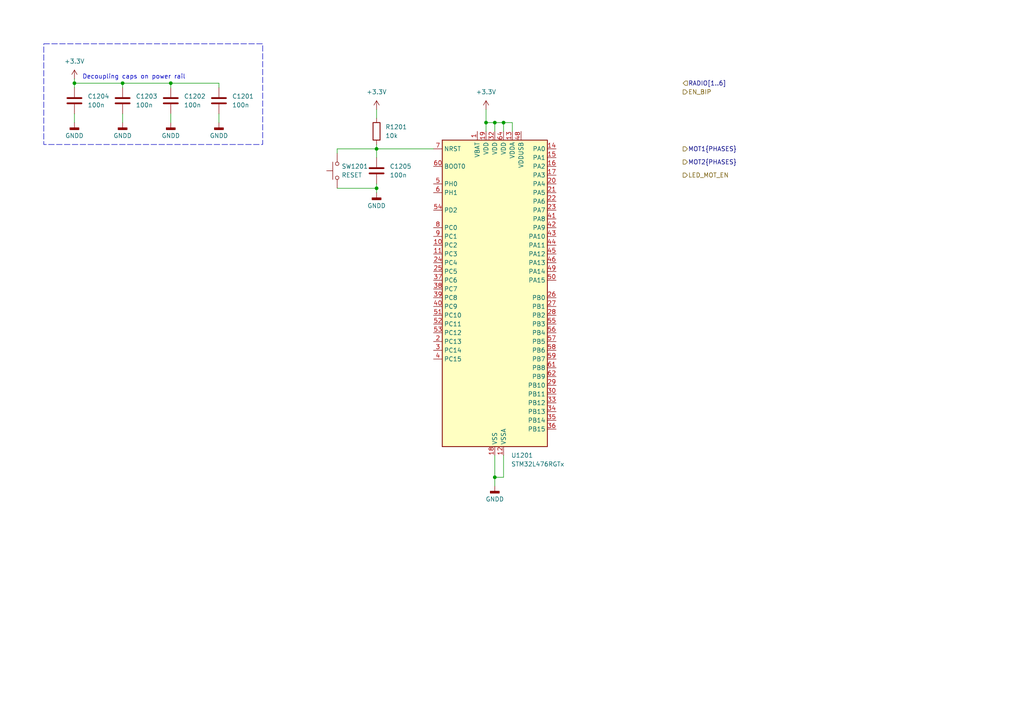
<source format=kicad_sch>
(kicad_sch (version 20231120) (generator "eeschema") (generator_version "8.0")
  (paper "A4")
  (title_block (date "2023-04-05") (rev "0.1") (company "Julien FAUCHER") (comment 1 "Defis solaires 2024"))
  (lib_symbols
    (symbol "Device:C" (pin_numbers hide) (pin_names (offset 0.254))
      (property "Reference" "C" (at 0.635 2.54 0))
      (property "Value" "C" (at 0.635 -2.54 0))
      (symbol "C_0_1"
        (polyline (pts (xy -2.032 -0.762) (xy 2.032 -0.762)) (stroke (width 0.508)))
        (polyline (pts (xy -2.032 0.762) (xy 2.032 0.762)) (stroke (width 0.508)))
      )
      (symbol "C_1_1"
        (pin passive line (at 0 3.81 270) (length 2.794) (name "~") (number "1"))
        (pin passive line (at 0 -3.81 90) (length 2.794) (name "~") (number "2"))
      )
    )
    (symbol "Device:R" (pin_numbers hide) (pin_names (offset 0))
      (property "Reference" "R" (at 2.032 0 90))
      (property "Value" "R" (at 0 0 90))
      (symbol "R_0_1"
        (rectangle (start -1.016 -2.54) (end 1.016 2.54) (stroke (width 0.254)))
      )
      (symbol "R_1_1"
        (pin passive line (at 0 3.81 270) (length 1.27) (name "~") (number "1"))
        (pin passive line (at 0 -3.81 90) (length 1.27) (name "~") (number "2"))
      )
    )
    (symbol "MCU_ST_STM32L4:STM32L476RGTx"
      (property "Reference" "U" (at -15.24 46.99 0))
      (property "Value" "STM32L476RGTx" (at 10.16 46.99 0))
      (symbol "STM32L476RGTx_0_1"
        (rectangle (start -15.24 -43.18) (end 15.24 45.72) (stroke (width 0.254)) (fill (type background)))
      )
      (symbol "STM32L476RGTx_1_1"
        (pin power_in line (at -5.08 48.26 270) (length 2.54) (name "VBAT") (number "1"))
        (pin bidirectional line (at -17.78 15.24 0) (length 2.54) (name "PC2") (number "10"))
        (pin bidirectional line (at -17.78 12.7 0) (length 2.54) (name "PC3") (number "11"))
        (pin power_in line (at 2.54 -45.72 90) (length 2.54) (name "VSSA") (number "12"))
        (pin power_in line (at 5.08 48.26 270) (length 2.54) (name "VDDA") (number "13"))
        (pin bidirectional line (at 17.78 43.18 180) (length 2.54) (name "PA0") (number "14"))
        (pin bidirectional line (at 17.78 40.64 180) (length 2.54) (name "PA1") (number "15"))
        (pin bidirectional line (at 17.78 38.1 180) (length 2.54) (name "PA2") (number "16"))
        (pin bidirectional line (at 17.78 35.56 180) (length 2.54) (name "PA3") (number "17"))
        (pin power_in line (at 0 -45.72 90) (length 2.54) (name "VSS") (number "18"))
        (pin power_in line (at -2.54 48.26 270) (length 2.54) (name "VDD") (number "19"))
        (pin bidirectional line (at -17.78 -12.7 0) (length 2.54) (name "PC13") (number "2"))
        (pin bidirectional line (at 17.78 33.02 180) (length 2.54) (name "PA4") (number "20"))
        (pin bidirectional line (at 17.78 30.48 180) (length 2.54) (name "PA5") (number "21"))
        (pin bidirectional line (at 17.78 27.94 180) (length 2.54) (name "PA6") (number "22"))
        (pin bidirectional line (at 17.78 25.4 180) (length 2.54) (name "PA7") (number "23"))
        (pin bidirectional line (at -17.78 10.16 0) (length 2.54) (name "PC4") (number "24"))
        (pin bidirectional line (at -17.78 7.62 0) (length 2.54) (name "PC5") (number "25"))
        (pin bidirectional line (at 17.78 0 180) (length 2.54) (name "PB0") (number "26"))
        (pin bidirectional line (at 17.78 -2.54 180) (length 2.54) (name "PB1") (number "27"))
        (pin bidirectional line (at 17.78 -5.08 180) (length 2.54) (name "PB2") (number "28"))
        (pin bidirectional line (at 17.78 -25.4 180) (length 2.54) (name "PB10") (number "29"))
        (pin bidirectional line (at -17.78 -15.24 0) (length 2.54) (name "PC14") (number "3"))
        (pin bidirectional line (at 17.78 -27.94 180) (length 2.54) (name "PB11") (number "30"))
        (pin passive line (at 0 -45.72 90) (length 2.54) hide (name "VSS") (number "31"))
        (pin power_in line (at 0 48.26 270) (length 2.54) (name "VDD") (number "32"))
        (pin bidirectional line (at 17.78 -30.48 180) (length 2.54) (name "PB12") (number "33"))
        (pin bidirectional line (at 17.78 -33.02 180) (length 2.54) (name "PB13") (number "34"))
        (pin bidirectional line (at 17.78 -35.56 180) (length 2.54) (name "PB14") (number "35"))
        (pin bidirectional line (at 17.78 -38.1 180) (length 2.54) (name "PB15") (number "36"))
        (pin bidirectional line (at -17.78 5.08 0) (length 2.54) (name "PC6") (number "37"))
        (pin bidirectional line (at -17.78 2.54 0) (length 2.54) (name "PC7") (number "38"))
        (pin bidirectional line (at -17.78 0 0) (length 2.54) (name "PC8") (number "39"))
        (pin bidirectional line (at -17.78 -17.78 0) (length 2.54) (name "PC15") (number "4"))
        (pin bidirectional line (at -17.78 -2.54 0) (length 2.54) (name "PC9") (number "40"))
        (pin bidirectional line (at 17.78 22.86 180) (length 2.54) (name "PA8") (number "41"))
        (pin bidirectional line (at 17.78 20.32 180) (length 2.54) (name "PA9") (number "42"))
        (pin bidirectional line (at 17.78 17.78 180) (length 2.54) (name "PA10") (number "43"))
        (pin bidirectional line (at 17.78 15.24 180) (length 2.54) (name "PA11") (number "44"))
        (pin bidirectional line (at 17.78 12.7 180) (length 2.54) (name "PA12") (number "45"))
        (pin bidirectional line (at 17.78 10.16 180) (length 2.54) (name "PA13") (number "46"))
        (pin passive line (at 0 -45.72 90) (length 2.54) hide (name "VSS") (number "47"))
        (pin power_in line (at 7.62 48.26 270) (length 2.54) (name "VDDUSB") (number "48"))
        (pin bidirectional line (at 17.78 7.62 180) (length 2.54) (name "PA14") (number "49"))
        (pin bidirectional line (at -17.78 33.02 0) (length 2.54) (name "PH0") (number "5"))
        (pin bidirectional line (at 17.78 5.08 180) (length 2.54) (name "PA15") (number "50"))
        (pin bidirectional line (at -17.78 -5.08 0) (length 2.54) (name "PC10") (number "51"))
        (pin bidirectional line (at -17.78 -7.62 0) (length 2.54) (name "PC11") (number "52"))
        (pin bidirectional line (at -17.78 -10.16 0) (length 2.54) (name "PC12") (number "53"))
        (pin bidirectional line (at -17.78 25.4 0) (length 2.54) (name "PD2") (number "54"))
        (pin bidirectional line (at 17.78 -7.62 180) (length 2.54) (name "PB3") (number "55"))
        (pin bidirectional line (at 17.78 -10.16 180) (length 2.54) (name "PB4") (number "56"))
        (pin bidirectional line (at 17.78 -12.7 180) (length 2.54) (name "PB5") (number "57"))
        (pin bidirectional line (at 17.78 -15.24 180) (length 2.54) (name "PB6") (number "58"))
        (pin bidirectional line (at 17.78 -17.78 180) (length 2.54) (name "PB7") (number "59"))
        (pin bidirectional line (at -17.78 30.48 0) (length 2.54) (name "PH1") (number "6"))
        (pin input line (at -17.78 38.1 0) (length 2.54) (name "BOOT0") (number "60"))
        (pin bidirectional line (at 17.78 -20.32 180) (length 2.54) (name "PB8") (number "61"))
        (pin bidirectional line (at 17.78 -22.86 180) (length 2.54) (name "PB9") (number "62"))
        (pin passive line (at 0 -45.72 90) (length 2.54) hide (name "VSS") (number "63"))
        (pin power_in line (at 2.54 48.26 270) (length 2.54) (name "VDD") (number "64"))
        (pin input line (at -17.78 43.18 0) (length 2.54) (name "NRST") (number "7"))
        (pin bidirectional line (at -17.78 20.32 0) (length 2.54) (name "PC0") (number "8"))
        (pin bidirectional line (at -17.78 17.78 0) (length 2.54) (name "PC1") (number "9"))
      )
    )
    (symbol "Switch:SW_Push" (pin_numbers hide) (pin_names (offset 1.016) hide)
      (property "Reference" "SW" (at 1.27 2.54 0))
      (property "Value" "SW_Push" (at 0 -1.524 0))
      (symbol "SW_Push_0_1"
        (circle (center -2.032 0) (radius 0.508))
        (polyline (pts (xy 0 1.27) (xy 0 3.048)))
        (polyline (pts (xy 2.54 1.27) (xy -2.54 1.27)))
        (circle (center 2.032 0) (radius 0.508))
        (pin passive line (at -5.08 0 0) (length 2.54) (name "1") (number "1"))
        (pin passive line (at 5.08 0 180) (length 2.54) (name "2") (number "2"))
      )
    )
    (symbol "power:+3.3V" (power) (pin_names (offset 0))
      (property "Value" "+3.3V" (at 0 3.556 0))
      (symbol "+3.3V_0_1"
        (polyline (pts (xy -0.762 1.27) (xy 0 2.54)))
        (polyline (pts (xy 0 0) (xy 0 2.54)))
        (polyline (pts (xy 0 2.54) (xy 0.762 1.27)))
      )
      (symbol "+3.3V_1_1"
        (pin power_in line (at 0 0 90) (length 0) hide (name "+3.3V") (number "1"))
      )
    )
    (symbol "power:GNDD" (power) (pin_names (offset 0))
      (property "Value" "GNDD" (at 0 -3.175 0))
      (symbol "GNDD_0_1"
        (rectangle (start -1.27 -1.524) (end 1.27 -2.032) (stroke (width 0.254)) (fill (type outline)))
        (polyline (pts (xy 0 0) (xy 0 -1.524)))
      )
      (symbol "GNDD_1_1"
        (pin power_in line (at 0 0 270) (length 0) hide (name "GNDD") (number "1"))
      )
    )
  )
  (junction (at 143.51 35.56))
  (junction (at 140.97 35.56))
  (junction (at 109.22 54.61))
  (junction (at 143.51 138.43))
  (junction (at 21.59 24.13))
  (junction (at 146.05 35.56))
  (junction (at 49.53 24.13))
  (junction (at 109.22 43.18))
  (junction (at 35.56 24.13))
  (wire (pts (xy 35.56 24.13) (xy 49.53 24.13)))
  (wire (pts (xy 140.97 35.56) (xy 143.51 35.56)))
  (wire (pts (xy 97.79 44.45) (xy 97.79 43.18)))
  (wire (pts (xy 146.05 132.08) (xy 146.05 138.43)))
  (wire (pts (xy 21.59 33.02) (xy 21.59 35.56)))
  (wire (pts (xy 109.22 43.18) (xy 109.22 45.72)))
  (wire (pts (xy 143.51 35.56) (xy 146.05 35.56)))
  (wire (pts (xy 109.22 43.18) (xy 125.73 43.18)))
  (wire (pts (xy 148.59 35.56) (xy 148.59 38.1)))
  (wire (pts (xy 109.22 31.75) (xy 109.22 34.29)))
  (wire (pts (xy 63.5 33.02) (xy 63.5 35.56)))
  (wire (pts (xy 49.53 33.02) (xy 49.53 35.56)))
  (wire (pts (xy 21.59 22.86) (xy 21.59 24.13)))
  (wire (pts (xy 146.05 35.56) (xy 148.59 35.56)))
  (wire (pts (xy 97.79 54.61) (xy 109.22 54.61)))
  (wire (pts (xy 140.97 31.75) (xy 140.97 35.56)))
  (wire (pts (xy 21.59 24.13) (xy 21.59 25.4)))
  (wire (pts (xy 97.79 43.18) (xy 109.22 43.18)))
  (wire (pts (xy 49.53 24.13) (xy 49.53 25.4)))
  (wire (pts (xy 109.22 54.61) (xy 109.22 55.88)))
  (wire (pts (xy 146.05 35.56) (xy 146.05 38.1)))
  (wire (pts (xy 49.53 24.13) (xy 63.5 24.13)))
  (wire (pts (xy 21.59 24.13) (xy 35.56 24.13)))
  (wire (pts (xy 140.97 35.56) (xy 140.97 38.1)))
  (wire (pts (xy 63.5 24.13) (xy 63.5 25.4)))
  (wire (pts (xy 109.22 53.34) (xy 109.22 54.61)))
  (wire (pts (xy 35.56 24.13) (xy 35.56 25.4)))
  (wire (pts (xy 109.22 41.91) (xy 109.22 43.18)))
  (wire (pts (xy 143.51 35.56) (xy 143.51 38.1)))
  (wire (pts (xy 143.51 138.43) (xy 143.51 140.97)))
  (wire (pts (xy 143.51 132.08) (xy 143.51 138.43)))
  (wire (pts (xy 35.56 33.02) (xy 35.56 35.56)))
  (wire (pts (xy 146.05 138.43) (xy 143.51 138.43)))
  (rectangle (start 12.7 12.7) (end 76.2 41.91) (stroke (width 0) (type dash)))
  (text "Decoupling caps on power rail" (at 23.876 23.114 0) (effects (font (size 1.27 1.27)) (justify left bottom)))
  (hierarchical_label "EN_BIP" (shape output) (at 198.12 26.67 0))
  (hierarchical_label "RADIO[1..6]" (shape input) (at 198.12 24.13 0))
  (hierarchical_label "MOT2{PHASES}" (shape output) (at 198.12 46.99 0))
  (hierarchical_label "MOT1{PHASES}" (shape output) (at 198.12 43.18 0))
  (hierarchical_label "LED_MOT_EN" (shape output) (at 198.12 50.8 0))
  (symbol (lib_id "Device:C") (at 63.5 29.21 0) (unit 1)
    (property "Reference" "C1201" (at 67.31 27.9399 0) (effects (justify left)))
    (property "Value" "100n" (at 67.31 30.4799 0) (effects (justify left)))
    (property "Description" "Unpolarized capacitor" (effects (hide yes)))
  )
  (symbol (lib_id "power:GNDD") (at 143.51 140.97 0) (unit 1)
    (property "Reference" "#PWR01209" (effects (hide yes)))
    (property "Value" "GNDD" (at 143.51 144.78 0))
    (property "Description" "Power symbol creates a global label with name \"GNDD\" , digital ground" (effects (hide yes)))
  )
  (symbol (lib_id "Device:R") (at 109.22 38.1 0) (unit 1)
    (property "Reference" "R1201" (at 111.76 36.8299 0) (effects (justify left)))
    (property "Value" "10k" (at 111.76 39.3699 0) (effects (justify left)))
    (property "Description" "Resistor" (effects (hide yes)))
  )
  (symbol (lib_id "power:GNDD") (at 63.5 35.56 0) (unit 1)
    (property "Reference" "#PWR01204" (effects (hide yes)))
    (property "Value" "GNDD" (at 63.5 39.37 0))
    (property "Description" "Power symbol creates a global label with name \"GNDD\" , digital ground" (effects (hide yes)))
  )
  (symbol (lib_id "power:GNDD") (at 21.59 35.56 0) (unit 1)
    (property "Reference" "#PWR01201" (effects (hide yes)))
    (property "Value" "GNDD" (at 21.59 39.37 0))
    (property "Description" "Power symbol creates a global label with name \"GNDD\" , digital ground" (effects (hide yes)))
  )
  (symbol (lib_id "power:+3.3V") (at 109.22 31.75 0) (unit 1)
    (property "Reference" "#PWR01207" (effects (hide yes)))
    (property "Value" "+3.3V" (at 109.22 26.67 0))
    (property "Description" "Power symbol creates a global label with name \"+3.3V\"" (effects (hide yes)))
  )
  (symbol (lib_id "Switch:SW_Push") (at 97.79 49.53 90) (unit 1)
    (property "Reference" "SW1201" (at 99.06 48.2599 90) (effects (justify right)))
    (property "Value" "RESET" (at 99.06 50.7999 90) (effects (justify right)))
    (property "Description" "Push button switch, generic, two pins" (effects (hide yes)))
  )
  (symbol (lib_id "power:+3.3V") (at 21.59 22.86 0) (unit 1)
    (property "Reference" "#PWR01205" (effects (hide yes)))
    (property "Value" "+3.3V" (at 21.59 17.78 0))
    (property "Description" "Power symbol creates a global label with name \"+3.3V\"" (effects (hide yes)))
  )
  (symbol (lib_id "power:GNDD") (at 49.53 35.56 0) (unit 1)
    (property "Reference" "#PWR01203" (effects (hide yes)))
    (property "Value" "GNDD" (at 49.53 39.37 0))
    (property "Description" "Power symbol creates a global label with name \"GNDD\" , digital ground" (effects (hide yes)))
  )
  (symbol (lib_id "Device:C") (at 35.56 29.21 0) (unit 1)
    (property "Reference" "C1203" (at 39.37 27.9399 0) (effects (justify left)))
    (property "Value" "100n" (at 39.37 30.4799 0) (effects (justify left)))
    (property "Description" "Unpolarized capacitor" (effects (hide yes)))
  )
  (symbol (lib_id "Device:C") (at 109.22 49.53 0) (unit 1)
    (property "Reference" "C1205" (at 113.03 48.2599 0) (effects (justify left)))
    (property "Value" "100n" (at 113.03 50.7999 0) (effects (justify left)))
    (property "Description" "Unpolarized capacitor" (effects (hide yes)))
  )
  (symbol (lib_id "power:GNDD") (at 35.56 35.56 0) (unit 1)
    (property "Reference" "#PWR01202" (effects (hide yes)))
    (property "Value" "GNDD" (at 35.56 39.37 0))
    (property "Description" "Power symbol creates a global label with name \"GNDD\" , digital ground" (effects (hide yes)))
  )
  (symbol (lib_id "MCU_ST_STM32L4:STM32L476RGTx") (at 143.51 86.36 0) (unit 1)
    (property "Reference" "U1201" (at 148.2441 132.08 0) (effects (justify left)))
    (property "Value" "STM32L476RGTx" (at 148.2441 134.62 0) (effects (justify left)))
    (property "Footprint" "Package_QFP:LQFP-64_10x10mm_P0.5mm" (effects (hide yes)))
    (property "Datasheet" "https://www.st.com/resource/en/datasheet/stm32l476rg.pdf" (effects (hide yes)))
    (property "Description" "STMicroelectronics Arm Cortex-M4 MCU, 1024KB flash, 128KB RAM, 80 MHz, 1.71-3.6V, 51 GPIO, LQFP64" (effects (hide yes)))
  )
  (symbol (lib_id "Device:C") (at 49.53 29.21 0) (unit 1)
    (property "Reference" "C1202" (at 53.34 27.9399 0) (effects (justify left)))
    (property "Value" "100n" (at 53.34 30.4799 0) (effects (justify left)))
    (property "Description" "Unpolarized capacitor" (effects (hide yes)))
  )
  (symbol (lib_id "power:GNDD") (at 109.22 55.88 0) (unit 1)
    (property "Reference" "#PWR01208" (effects (hide yes)))
    (property "Value" "GNDD" (at 109.22 59.69 0))
    (property "Description" "Power symbol creates a global label with name \"GNDD\" , digital ground" (effects (hide yes)))
  )
  (symbol (lib_id "Device:C") (at 21.59 29.21 0) (unit 1)
    (property "Reference" "C1204" (at 25.4 27.9399 0) (effects (justify left)))
    (property "Value" "100n" (at 25.4 30.4799 0) (effects (justify left)))
    (property "Description" "Unpolarized capacitor" (effects (hide yes)))
  )
  (symbol (lib_id "power:+3.3V") (at 140.97 31.75 0) (unit 1)
    (property "Reference" "#PWR01206" (effects (hide yes)))
    (property "Value" "+3.3V" (at 140.97 26.67 0))
    (property "Description" "Power symbol creates a global label with name \"+3.3V\"" (effects (hide yes)))
  )
)
</source>
